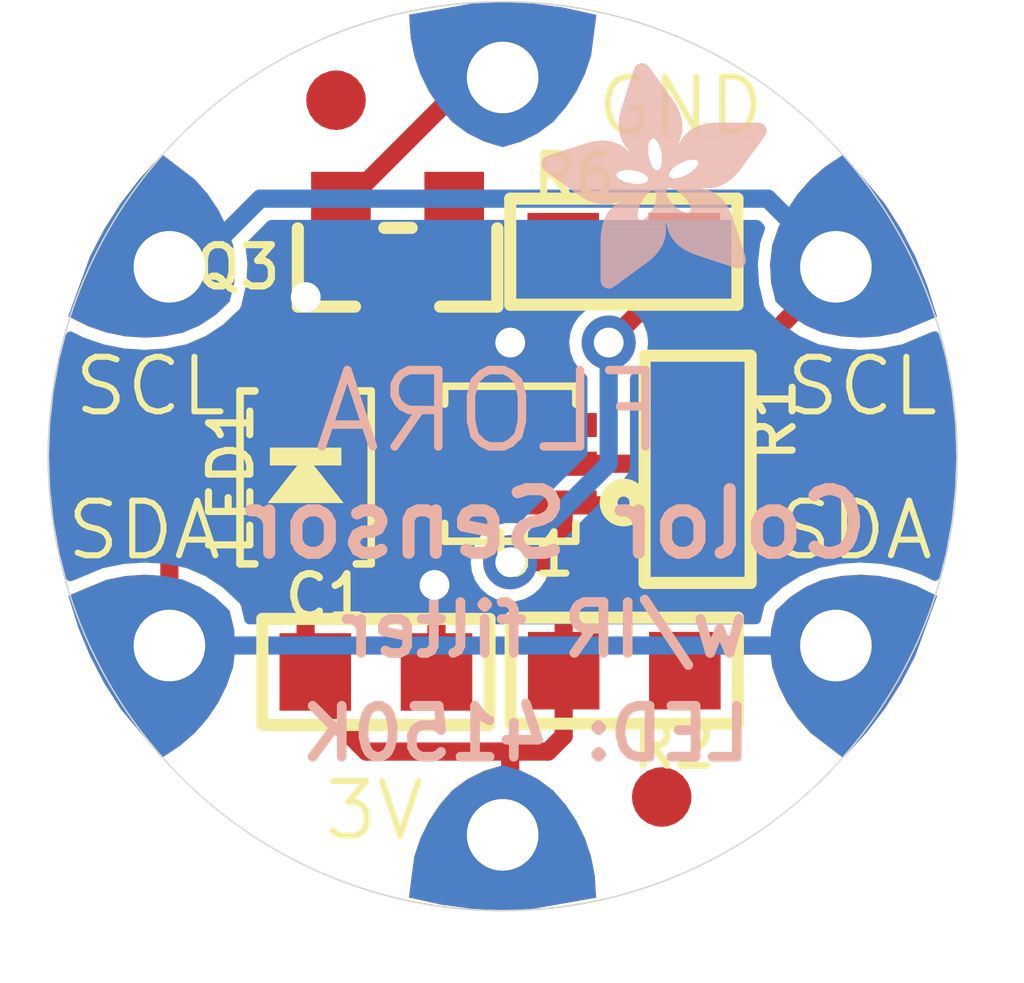
<source format=kicad_pcb>
(kicad_pcb (version 20221018) (generator pcbnew)
  (layers (0 "F.Cu" signal) (31 "B.Cu" signal) (34 "B.Paste" user) (35 "F.Paste" user) (36 "B.SilkS" user "B.Silkscreen") (37 "F.SilkS" user "F.Silkscreen") (38 "B.Mask" user) (39 "F.Mask" user) (44 "Edge.Cuts" user))
  (net 0 "")
  (net 1 "GND")
  (net 2 "SDA_3V")
  (net 3 "SCL_3V")
  (net 4 "N$1")
  (net 5 "+3V3")
  (net 6 "INT")
  (footprint "working:SEWINGTAP_0.5" (layer "F.Cu") (at 154.0891 108.1786 -120)
    (fp_text reference "TP4" hide)
    (fp_text value "SEWTAP0.5IN" hide)
    (fp_poly (pts (xy 0.510656 -1.238743) (xy 1.017424 -1.172026) (xy 1.570433 -1.049427) (xy 1.481621 -0.363766) (xy 1.377917 -0.056151) (xy 1.23587 0.233416) (xy 1.057243 0.501965) (xy 0.843327 0.746924) (xy 0.591455 0.933744) (xy 0.312122 1.07341) (xy 0 1.16625) (xy -0.312122 1.07341) (xy -0.591455 0.933744) (xy -0.843327 0.746924) (xy -1.057243 0.501967) (xy -1.235871 0.233417) (xy -1.377917 -0.056152) (xy -1.480952 -0.361783) (xy -1.543214 -0.678249) (xy -1.566969 -1.052671) (xy -0.512044 -1.238682) (xy 0 -1.261038)) (fill solid) (layer "F.Cu"))
    (fp_poly (pts (xy 0.510656 -1.238743) (xy 1.017424 -1.172026) (xy 1.570433 -1.049427) (xy 1.481621 -0.363766) (xy 1.377917 -0.056151) (xy 1.23587 0.233416) (xy 1.057243 0.501965) (xy 0.843327 0.746924) (xy 0.591455 0.933744) (xy 0.312122 1.07341) (xy 0 1.16625) (xy -0.312122 1.07341) (xy -0.591455 0.933744) (xy -0.843327 0.746924) (xy -1.057243 0.501967) (xy -1.235871 0.233417) (xy -1.377917 -0.056152) (xy -1.480952 -0.361783) (xy -1.543214 -0.678249) (xy -1.566969 -1.052671) (xy -0.512044 -1.238682) (xy 0 -1.261038)) (fill solid) (layer "B.Cu"))
    (pad "TAP" thru_hole circle (at 0 0 240) (size 2.1844 2.1844) (drill 1.2) (layers "*.Cu" "*.Mask") (net 2 "SDA_3V"))
  )
  (footprint "working:FIDUCIAL_1MM" (layer "F.Cu") (at 145.7071 99.0346)
    (fp_text reference "FID1" hide)
    (fp_text value "FIDUCIAL\"\"" hide)
    (pad "1" smd roundrect (at 0 0) (size 1 1) (layers "F.Cu" "F.Mask") (roundrect_rratio 0.5))
  )
  (footprint "working:EVERLIGHT_45-21" (layer "F.Cu") (at 145.1971 105.3596 90)
    (fp_text reference "LED1" (at -1.375 -1.25 90) (layer "F.SilkS") (effects (font (size 0.692831 0.692831) (thickness 0.119969)) (justify left)))
    (fp_text value "45-21/LK2C-B38452C4CB2/2T")
    (pad "A" smd rect (at -1.45 0 90) (size 1.4 1.4) (layers "F.Cu" "F.Paste" "F.Mask") (net 5 "+3V3"))
    (pad "K" smd rect (at 1.45 0 90) (size 1.4 1.4) (layers "F.Cu" "F.Paste" "F.Mask") (net 4 "N$1"))
  )
  (footprint "working:_0805" (layer "F.Cu") (at 151.7701 105.2236 -90)
    (fp_text reference "R1" (at -1.5875 -1.27 90) (layer "F.SilkS") (effects (font (size 0.692831 0.692831) (thickness 0.119969)) (justify right)))
    (fp_text value "10K")
    (pad "1" smd rect (at -1.016 0 270) (size 1.2 1.3) (layers "F.Cu" "F.Paste" "F.Mask") (net 3 "SCL_3V"))
    (pad "2" smd rect (at 1.016 0 270) (size 1.2 1.3) (layers "F.Cu" "F.Paste" "F.Mask") (net 5 "+3V3"))
  )
  (footprint "working:SEWINGTAP_0.5" (layer "F.Cu") (at 142.9131 101.8286 60)
    (fp_text reference "TP5" hide)
    (fp_text value "SEWTAP0.5IN" hide)
    (fp_poly (pts (xy 0.510656 -1.238743) (xy 1.017424 -1.172026) (xy 1.570433 -1.049427) (xy 1.481621 -0.363766) (xy 1.377917 -0.056151) (xy 1.23587 0.233416) (xy 1.057243 0.501965) (xy 0.843327 0.746924) (xy 0.591455 0.933744) (xy 0.312122 1.07341) (xy 0 1.16625) (xy -0.312122 1.07341) (xy -0.591455 0.933744) (xy -0.843327 0.746924) (xy -1.057243 0.501967) (xy -1.235871 0.233417) (xy -1.377917 -0.056152) (xy -1.480952 -0.361783) (xy -1.543214 -0.678249) (xy -1.566969 -1.052671) (xy -0.512044 -1.238682) (xy 0 -1.261038)) (fill solid) (layer "F.Cu"))
    (fp_poly (pts (xy 0.510656 -1.238743) (xy 1.017424 -1.172026) (xy 1.570433 -1.049427) (xy 1.481621 -0.363766) (xy 1.377917 -0.056151) (xy 1.23587 0.233416) (xy 1.057243 0.501965) (xy 0.843327 0.746924) (xy 0.591455 0.933744) (xy 0.312122 1.07341) (xy 0 1.16625) (xy -0.312122 1.07341) (xy -0.591455 0.933744) (xy -0.843327 0.746924) (xy -1.057243 0.501967) (xy -1.235871 0.233417) (xy -1.377917 -0.056152) (xy -1.480952 -0.361783) (xy -1.543214 -0.678249) (xy -1.566969 -1.052671) (xy -0.512044 -1.238682) (xy 0 -1.261038)) (fill solid) (layer "B.Cu"))
    (pad "TAP" thru_hole circle (at 0 0 60) (size 2.1844 2.1844) (drill 1.2) (layers "*.Cu" "*.Mask") (net 3 "SCL_3V"))
  )
  (footprint "working:SOT23-WIDE" (layer "F.Cu") (at 146.7391 101.8356 180)
    (fp_text reference "Q3" (at 1.905 0) (layer "F.SilkS") (effects (font (size 0.692831 0.692831) (thickness 0.119969)) (justify right)))
    (fp_text value "BSS138")
    (pad "1" smd rect (at -0.95 1 180) (size 1 1.2) (layers "F.Cu" "F.Paste" "F.Mask") (net 6 "INT"))
    (pad "2" smd rect (at 0.95 1 180) (size 1 1.2) (layers "F.Cu" "F.Paste" "F.Mask") (net 1 "GND"))
    (pad "3" smd rect (at 0 -1 180) (size 1 1.2) (layers "F.Cu" "F.Paste" "F.Mask") (net 4 "N$1"))
  )
  (footprint "working:_0805" (layer "F.Cu") (at 150.5401 108.6006 180)
    (fp_text reference "R2" (at -1.5875 -1.27) (layer "F.SilkS") (effects (font (size 0.692831 0.692831) (thickness 0.119969)) (justify right)))
    (fp_text value "10K")
    (pad "1" smd rect (at -1.016 0 180) (size 1.2 1.3) (layers "F.Cu" "F.Paste" "F.Mask") (net 2 "SDA_3V"))
    (pad "2" smd rect (at 1.016 0 180) (size 1.2 1.3) (layers "F.Cu" "F.Paste" "F.Mask") (net 5 "+3V3"))
  )
  (footprint "working:SEWINGTAP_0.5" (layer "F.Cu") (at 148.5011 98.6536)
    (fp_text reference "TP2" hide)
    (fp_text value "SEWTAP0.5IN" hide)
    (fp_poly (pts (xy 0.510656 -1.238743) (xy 1.017424 -1.172026) (xy 1.570433 -1.049427) (xy 1.481621 -0.363766) (xy 1.377917 -0.056151) (xy 1.23587 0.233416) (xy 1.057243 0.501965) (xy 0.843327 0.746924) (xy 0.591455 0.933744) (xy 0.312122 1.07341) (xy 0 1.16625) (xy -0.312122 1.07341) (xy -0.591455 0.933744) (xy -0.843327 0.746924) (xy -1.057243 0.501967) (xy -1.235871 0.233417) (xy -1.377917 -0.056152) (xy -1.480952 -0.361783) (xy -1.543214 -0.678249) (xy -1.566969 -1.052671) (xy -0.512044 -1.238682) (xy 0 -1.261038)) (fill solid) (layer "F.Cu"))
    (fp_poly (pts (xy 0.510656 -1.238743) (xy 1.017424 -1.172026) (xy 1.570433 -1.049427) (xy 1.481621 -0.363766) (xy 1.377917 -0.056151) (xy 1.23587 0.233416) (xy 1.057243 0.501965) (xy 0.843327 0.746924) (xy 0.591455 0.933744) (xy 0.312122 1.07341) (xy 0 1.16625) (xy -0.312122 1.07341) (xy -0.591455 0.933744) (xy -0.843327 0.746924) (xy -1.057243 0.501967) (xy -1.235871 0.233417) (xy -1.377917 -0.056152) (xy -1.480952 -0.361783) (xy -1.543214 -0.678249) (xy -1.566969 -1.052671) (xy -0.512044 -1.238682) (xy 0 -1.261038)) (fill solid) (layer "B.Cu"))
    (pad "TAP" thru_hole circle (at 0 0) (size 2.1844 2.1844) (drill 1.2) (layers "*.Cu" "*.Mask") (net 1 "GND"))
  )
  (footprint "working:SEWINGTAP_0.5" (layer "F.Cu") (at 142.9131 108.1786 120)
    (fp_text reference "TP3" hide)
    (fp_text value "SEWTAP0.5IN" hide)
    (fp_poly (pts (xy 0.510656 -1.238743) (xy 1.017424 -1.172026) (xy 1.570433 -1.049427) (xy 1.481621 -0.363766) (xy 1.377917 -0.056151) (xy 1.23587 0.233416) (xy 1.057243 0.501965) (xy 0.843327 0.746924) (xy 0.591455 0.933744) (xy 0.312122 1.07341) (xy 0 1.16625) (xy -0.312122 1.07341) (xy -0.591455 0.933744) (xy -0.843327 0.746924) (xy -1.057243 0.501967) (xy -1.235871 0.233417) (xy -1.377917 -0.056152) (xy -1.480952 -0.361783) (xy -1.543214 -0.678249) (xy -1.566969 -1.052671) (xy -0.512044 -1.238682) (xy 0 -1.261038)) (fill solid) (layer "F.Cu"))
    (fp_poly (pts (xy 0.510656 -1.238743) (xy 1.017424 -1.172026) (xy 1.570433 -1.049427) (xy 1.481621 -0.363766) (xy 1.377917 -0.056151) (xy 1.23587 0.233416) (xy 1.057243 0.501965) (xy 0.843327 0.746924) (xy 0.591455 0.933744) (xy 0.312122 1.07341) (xy 0 1.16625) (xy -0.312122 1.07341) (xy -0.591455 0.933744) (xy -0.843327 0.746924) (xy -1.057243 0.501967) (xy -1.235871 0.233417) (xy -1.377917 -0.056152) (xy -1.480952 -0.361783) (xy -1.543214 -0.678249) (xy -1.566969 -1.052671) (xy -0.512044 -1.238682) (xy 0 -1.261038)) (fill solid) (layer "B.Cu"))
    (pad "TAP" thru_hole circle (at 0 0 120) (size 2.1844 2.1844) (drill 1.2) (layers "*.Cu" "*.Mask") (net 2 "SDA_3V"))
  )
  (footprint "working:SEWINGTAP_0.5" (layer "F.Cu") (at 154.0891 101.8286 -60)
    (fp_text reference "TP6" hide)
    (fp_text value "SEWTAP0.5IN" hide)
    (fp_poly (pts (xy 0.510656 -1.238743) (xy 1.017424 -1.172026) (xy 1.570433 -1.049427) (xy 1.481621 -0.363766) (xy 1.377917 -0.056151) (xy 1.23587 0.233416) (xy 1.057243 0.501965) (xy 0.843327 0.746924) (xy 0.591455 0.933744) (xy 0.312122 1.07341) (xy 0 1.16625) (xy -0.312122 1.07341) (xy -0.591455 0.933744) (xy -0.843327 0.746924) (xy -1.057243 0.501967) (xy -1.235871 0.233417) (xy -1.377917 -0.056152) (xy -1.480952 -0.361783) (xy -1.543214 -0.678249) (xy -1.566969 -1.052671) (xy -0.512044 -1.238682) (xy 0 -1.261038)) (fill solid) (layer "F.Cu"))
    (fp_poly (pts (xy 0.510656 -1.238743) (xy 1.017424 -1.172026) (xy 1.570433 -1.049427) (xy 1.481621 -0.363766) (xy 1.377917 -0.056151) (xy 1.23587 0.233416) (xy 1.057243 0.501965) (xy 0.843327 0.746924) (xy 0.591455 0.933744) (xy 0.312122 1.07341) (xy 0 1.16625) (xy -0.312122 1.07341) (xy -0.591455 0.933744) (xy -0.843327 0.746924) (xy -1.057243 0.501967) (xy -1.235871 0.233417) (xy -1.377917 -0.056152) (xy -1.480952 -0.361783) (xy -1.543214 -0.678249) (xy -1.566969 -1.052671) (xy -0.512044 -1.238682) (xy 0 -1.261038)) (fill solid) (layer "B.Cu"))
    (pad "TAP" thru_hole circle (at 0 0 300) (size 2.1844 2.1844) (drill 1.2) (layers "*.Cu" "*.Mask") (net 3 "SCL_3V"))
  )
  (footprint "working:_0805" (layer "F.Cu") (at 150.5331 101.5746)
    (fp_text reference "R6" (at -1.5875 -1.27) (layer "F.SilkS") (effects (font (size 0.692831 0.692831) (thickness 0.119969)) (justify left)))
    (fp_text value "10K")
    (pad "1" smd rect (at -1.016 0) (size 1.2 1.3) (layers "F.Cu" "F.Paste" "F.Mask") (net 6 "INT"))
    (pad "2" smd rect (at 1.016 0) (size 1.2 1.3) (layers "F.Cu" "F.Paste" "F.Mask") (net 5 "+3V3"))
  )
  (footprint "working:TCS3472_FN6" (layer "F.Cu") (at 148.6281 105.1306 180)
    (fp_text reference "U1" (at -1.143 -1.52) (layer "F.SilkS") (effects (font (size 0.692831 0.692831) (thickness 0.119969)) (justify right)))
    (fp_text value "TCS34725")
    (fp_poly (pts (xy -0.349118 -0.174733) (xy -0.275267 -0.100882) (xy -0.248236 0) (xy -0.275267 0.100882) (xy -0.349118 0.174733) (xy -0.443417 0.2) (xy -1.45 0.2) (xy -1.45 -0.2) (xy -0.443417 -0.2)) (fill solid) (layer "F.Cu"))
    (fp_poly (pts (xy -0.349118 0.475267) (xy -0.275267 0.549118) (xy -0.248236 0.65) (xy -0.275267 0.750882) (xy -0.349118 0.824733) (xy -0.443417 0.85) (xy -1.45 0.85) (xy -1.45 0.45) (xy -0.443417 0.45)) (fill solid) (layer "F.Cu"))
    (fp_poly (pts (xy 1.45 -0.45) (xy 0.443417 -0.45) (xy 0.349118 -0.475267) (xy 0.275267 -0.549118) (xy 0.248236 -0.65) (xy 0.275267 -0.750882) (xy 0.349118 -0.824733) (xy 0.443417 -0.85) (xy 1.45 -0.85)) (fill solid) (layer "F.Cu"))
    (fp_poly (pts (xy 1.45 0.2) (xy 0.443417 0.2) (xy 0.349118 0.174733) (xy 0.275267 0.100882) (xy 0.248236 0) (xy 0.275267 -0.100882) (xy 0.349118 -0.174733) (xy 0.443417 -0.2) (xy 1.45 -0.2)) (fill solid) (layer "F.Cu"))
    (fp_poly (pts (xy 1.45 0.85) (xy 0.443417 0.85) (xy 0.349118 0.824733) (xy 0.275267 0.750882) (xy 0.248236 0.65) (xy 0.275267 0.549118) (xy 0.349118 0.475267) (xy 0.443417 0.45) (xy 1.45 0.45)) (fill solid) (layer "F.Cu"))
    (pad "P$1" smd rect (at -0.85 -0.65 180) (size 1.2 0.4) (layers "F.Cu" "F.Paste" "F.Mask") (net 5 "+3V3"))
    (pad "P$2" smd rect (at -0.95 0 180) (size 1 0.4) (layers "F.Cu" "F.Paste" "F.Mask") (net 3 "SCL_3V"))
    (pad "P$3" smd rect (at -0.95 0.65 180) (size 1 0.4) (layers "F.Cu" "F.Paste" "F.Mask") (net 1 "GND"))
    (pad "P$4" smd rect (at 0.95 0.65 180) (size 1 0.4) (layers "F.Cu" "F.Paste" "F.Mask"))
    (pad "P$5" smd rect (at 0.95 0 180) (size 1 0.4) (layers "F.Cu" "F.Paste" "F.Mask") (net 6 "INT"))
    (pad "P$6" smd rect (at 0.95 -0.65 180) (size 1 0.4) (layers "F.Cu" "F.Paste" "F.Mask") (net 2 "SDA_3V"))
  )
  (footprint "working:FIDUCIAL_1MM" (layer "F.Cu") (at 151.1681 110.7186)
    (fp_text reference "FID2" hide)
    (fp_text value "FIDUCIAL\"\"" hide)
    (pad "1" smd roundrect (at 0 0) (size 1 1) (layers "F.Cu" "F.Mask") (roundrect_rratio 0.5))
  )
  (footprint "working:SEWINGTAP_0.5" (layer "F.Cu") (at 148.5011 111.3536 180)
    (fp_text reference "TP1" hide)
    (fp_text value "SEWTAP0.5IN" hide)
    (fp_poly (pts (xy 0.510656 -1.238743) (xy 1.017424 -1.172026) (xy 1.570433 -1.049427) (xy 1.481621 -0.363766) (xy 1.377917 -0.056151) (xy 1.23587 0.233416) (xy 1.057243 0.501965) (xy 0.843327 0.746924) (xy 0.591455 0.933744) (xy 0.312122 1.07341) (xy 0 1.16625) (xy -0.312122 1.07341) (xy -0.591455 0.933744) (xy -0.843327 0.746924) (xy -1.057243 0.501967) (xy -1.235871 0.233417) (xy -1.377917 -0.056152) (xy -1.480952 -0.361783) (xy -1.543214 -0.678249) (xy -1.566969 -1.052671) (xy -0.512044 -1.238682) (xy 0 -1.261038)) (fill solid) (layer "F.Cu"))
    (fp_poly (pts (xy 0.510656 -1.238743) (xy 1.017424 -1.172026) (xy 1.570433 -1.049427) (xy 1.481621 -0.363766) (xy 1.377917 -0.056151) (xy 1.23587 0.233416) (xy 1.057243 0.501965) (xy 0.843327 0.746924) (xy 0.591455 0.933744) (xy 0.312122 1.07341) (xy 0 1.16625) (xy -0.312122 1.07341) (xy -0.591455 0.933744) (xy -0.843327 0.746924) (xy -1.057243 0.501967) (xy -1.235871 0.233417) (xy -1.377917 -0.056152) (xy -1.480952 -0.361783) (xy -1.543214 -0.678249) (xy -1.566969 -1.052671) (xy -0.512044 -1.238682) (xy 0 -1.261038)) (fill solid) (layer "B.Cu"))
    (pad "TAP" thru_hole circle (at 0 0 180) (size 2.1844 2.1844) (drill 1.2) (layers "*.Cu" "*.Mask") (net 5 "+3V3"))
  )
  (footprint "working:_0805" (layer "F.Cu") (at 146.3761 108.6216)
    (fp_text reference "C1" (at -1.5875 -1.27) (layer "F.SilkS") (effects (font (size 0.692831 0.692831) (thickness 0.119969)) (justify left)))
    (fp_text value "0.1µF")
    (pad "1" smd rect (at -1.016 0) (size 1.2 1.3) (layers "F.Cu" "F.Paste" "F.Mask") (net 5 "+3V3"))
    (pad "2" smd rect (at 1.016 0) (size 1.2 1.3) (layers "F.Cu" "F.Paste" "F.Mask") (net 1 "GND"))
  )
  (footprint "working:ADAFRUIT_3.5MM" (layer "B.Cu") (at 152.9461 102.2096 180)
    (fp_text reference "U$8" hide)
    (fp_text value "" hide)
  )
  (gr_circle (center 148.5011 105.0036) (end 156.1211 105.0036) (stroke (width 0.0254)) (fill none) (layer "Edge.Cuts"))
  (gr_text "FLORA" (at 151.2951 105.0036) (layer "B.SilkS") (effects (font (size 1.28016 1.28016) (thickness 0.14224)) (justify left bottom mirror)))
  (gr_text "Color Sensor" (at 154.7281 106.7646) (layer "B.SilkS") (effects (font (size 1.0668 1.0668) (thickness 0.2032)) (justify left bottom mirror)))
  (gr_text "w/IR filter" (at 152.6961 108.4156) (layer "B.SilkS") (effects (font (size 0.85344 0.85344) (thickness 0.16256)) (justify left bottom mirror)))
  (gr_text "LED: 4150K" (at 152.7371 110.1556) (layer "B.SilkS") (effects (font (size 0.85344 0.85344) (thickness 0.16256)) (justify left bottom mirror)))
  (gr_text "SDA" (at 153.0731 106.7816) (layer "F.SilkS") (effects (font (size 0.9144 0.9144) (thickness 0.1016)) (justify left bottom)))
  (gr_text "GND" (at 150.0251 99.6696) (layer "F.SilkS") (effects (font (size 0.9144 0.9144) (thickness 0.1016)) (justify left bottom)))
  (gr_text "SCL" (at 141.2621 104.3686) (layer "F.SilkS") (effects (font (size 0.9144 0.9144) (thickness 0.1016)) (justify left bottom)))
  (gr_text "SCL" (at 153.2001 104.3686) (layer "F.SilkS") (effects (font (size 0.9144 0.9144) (thickness 0.1016)) (justify left bottom)))
  (gr_text "3V" (at 145.4531 111.4806) (layer "F.SilkS") (effects (font (size 0.9144 0.9144) (thickness 0.1016)) (justify left bottom)))
  (gr_text "SDA" (at 141.1351 106.7816) (layer "F.SilkS") (effects (font (size 0.9144 0.9144) (thickness 0.1016)) (justify left bottom)))
  (segment (start 147.3921 107.1626) (end 147.3581 107.1626) (width 0.3048) (layer "F.Cu") (net 1))
  (segment (start 145.7891 101.3656) (end 145.7891 101.7466) (width 0.3048) (layer "F.Cu") (net 1))
  (segment (start 145.7891 100.8356) (end 145.7891 101.2386) (width 0.3048) (layer "F.Cu") (net 1))
  (segment (start 145.7891 101.7466) (end 145.1991 102.3366) (width 0.3048) (layer "F.Cu") (net 1))
  (segment (start 145.7891 100.8356) (end 147.9711 98.6536) (width 0.3048) (layer "F.Cu") (net 1))
  (segment (start 149.5781 104.0486) (end 148.6281 103.0986) (width 0.3048) (layer "F.Cu") (net 1))
  (segment (start 147.9711 98.6536) (end 148.5011 98.6536) (width 0.3048) (layer "F.Cu") (net 1))
  (segment (start 145.7891 101.3656) (end 145.7891 101.2386) (width 0.254) (layer "F.Cu") (net 1))
  (segment (start 149.5781 104.4806) (end 149.5781 104.0486) (width 0.3048) (layer "F.Cu") (net 1))
  (segment (start 147.3921 108.6216) (end 147.3921 107.1626) (width 0.3048) (layer "F.Cu") (net 1))
  (via (at 145.1991 102.3366) (size 0.9064) (drill 0.5) (layers "F.Cu" "B.Cu") (net 1))
  (via (at 148.6281 103.0986) (size 0.9064) (drill 0.5) (layers "F.Cu" "B.Cu") (net 1))
  (via (at 147.3581 107.1626) (size 0.9064) (drill 0.5) (layers "F.Cu" "B.Cu") (net 1))
  (segment (start 147.241432 107.114131) (end 147.152192 107.024705) (width 0.3048) (layer "B.Cu") (net 1))
  (segment (start 147.3581 107.1626) (end 147.241432 107.114131) (width 0.3048) (layer "B.Cu") (net 1))
  (segment (start 147.3581 107.1626) (end 147.3581 107.1626) (width 0.3048) (layer "B.Cu") (net 1))
  (segment (start 148.6281 98.6536) (end 148.5011 98.6536) (width 0.3048) (layer "B.Cu") (net 1))
  (segment (start 147.152192 107.024705) (end 147.1041 106.7816) (width 0.3048) (layer "B.Cu") (net 1))
  (segment (start 143.4211 103.8606) (end 143.2941 103.9876) (width 0.3048) (layer "B.Cu") (net 1))
  (segment (start 146.5961 105.7656) (end 147.6631 105.7656) (width 0.3048) (layer "F.Cu") (net 2))
  (segment (start 144.1831 105.2576) (end 142.9131 106.5276) (width 0.3048) (layer "F.Cu") (net 2))
  (segment (start 151.9781 108.1786) (end 154.0891 108.1786) (width 0.3048) (layer "F.Cu") (net 2))
  (segment (start 151.5561 108.6006) (end 151.9781 108.1786) (width 0.3048) (layer "F.Cu") (net 2))
  (segment (start 144.1831 105.2576) (end 146.0881 105.2576) (width 0.3048) (layer "F.Cu") (net 2))
  (segment (start 146.0881 105.2576) (end 146.5961 105.7656) (width 0.3048) (layer "F.Cu") (net 2))
  (segment (start 147.6631 105.7656) (end 147.6781 105.7806) (width 0.3048) (layer "F.Cu") (net 2))
  (segment (start 142.9131 106.5276) (end 142.9131 108.1786) (width 0.3048) (layer "F.Cu") (net 2))
  (segment (start 142.9131 108.1786) (end 154.0891 108.1786) (width 0.3048) (layer "B.Cu") (net 2))
  (segment (start 150.8471 105.1306) (end 151.7701 104.2076) (width 0.3048) (layer "F.Cu") (net 3))
  (segment (start 151.7701 104.2076) (end 154.0891 101.8886) (width 0.3048) (layer "F.Cu") (net 3))
  (segment (start 151.7701 104.2076) (end 151.7701 104.206544) (width 0.3048) (layer "F.Cu") (net 3))
  (segment (start 154.0891 101.8886) (end 154.0891 101.8286) (width 0.3048) (layer "F.Cu") (net 3))
  (segment (start 149.5781 105.1306) (end 150.8471 105.1306) (width 0.3048) (layer "F.Cu") (net 3))
  (segment (start 152.9461 100.6856) (end 154.0891 101.8286) (width 0.3048) (layer "B.Cu") (net 3))
  (segment (start 142.9131 101.8286) (end 143.2941 101.8286) (width 0.3048) (layer "B.Cu") (net 3))
  (segment (start 143.2941 101.8286) (end 144.4371 100.6856) (width 0.3048) (layer "B.Cu") (net 3))
  (segment (start 144.4371 100.6856) (end 152.9461 100.6856) (width 0.3048) (layer "B.Cu") (net 3))
  (segment (start 146.2711 102.8356) (end 146.7391 102.8356) (width 0.3048) (layer "F.Cu") (net 4))
  (segment (start 145.1971 103.9096) (end 146.2711 102.8356) (width 0.3048) (layer "F.Cu") (net 4))
  (segment (start 149.5241 108.6006) (end 149.5241 109.6956) (width 0.3048) (layer "F.Cu") (net 5))
  (segment (start 145.3601 108.6216) (end 145.1971 108.4586) (width 0.3048) (layer "F.Cu") (net 5))
  (segment (start 151.3571 105.8266) (end 151.7701 106.2396) (width 0.3048) (layer "F.Cu") (net 5))
  (segment (start 145.1971 108.4586) (end 145.1971 106.8096) (width 0.3048) (layer "F.Cu") (net 5))
  (segment (start 149.5241 109.6956) (end 149.2631 109.9566) (width 0.3048) (layer "F.Cu") (net 5))
  (segment (start 145.3601 108.6216) (end 145.3601 109.1016) (width 0.3048) (layer "F.Cu") (net 5))
  (segment (start 151.9311 106.4006) (end 151.7701 106.2396) (width 0.3048) (layer "F.Cu") (net 5))
  (segment (start 148.6281 109.9566) (end 146.2151 109.9566) (width 0.3048) (layer "F.Cu") (net 5))
  (segment (start 149.5241 106.6546) (end 149.5241 108.6006) (width 0.3048) (layer "F.Cu") (net 5))
  (segment (start 151.5491 101.5746) (end 151.5491 101.8286) (width 0.3048) (layer "F.Cu") (net 5))
  (segment (start 152.2181 106.2396) (end 151.7701 106.2396) (width 0.3048) (layer "F.Cu") (net 5))
  (segment (start 149.2631 109.9566) (end 148.6281 109.9566) (width 0.3048) (layer "F.Cu") (net 5))
  (segment (start 149.5241 105.8266) (end 151.3571 105.8266) (width 0.3048) (layer "F.Cu") (net 5))
  (segment (start 149.4781 105.7806) (end 149.5241 105.8266) (width 0.3048) (layer "F.Cu") (net 5))
  (segment (start 149.5241 105.8266) (end 149.5241 106.6546) (width 0.3048) (layer "F.Cu") (net 5))
  (segment (start 148.6281 106.7816) (end 149.3971 106.7816) (width 0.3048) (layer "F.Cu") (net 5))
  (segment (start 148.6281 111.3536) (end 148.6281 109.9566) (width 0.3048) (layer "F.Cu") (net 5))
  (segment (start 148.6281 111.3536) (end 148.5011 111.3536) (width 0.3048) (layer "F.Cu") (net 5))
  (segment (start 151.5491 101.8286) (end 150.2791 103.0986) (width 0.3048) (layer "F.Cu") (net 5))
  (segment (start 145.3601 109.1016) (end 146.2151 109.9566) (width 0.3048) (layer "F.Cu") (net 5))
  (segment (start 149.3971 106.7816) (end 149.5241 106.6546) (width 0.3048) (layer "F.Cu") (net 5))
  (via (at 150.2791 103.0986) (size 0.9064) (drill 0.5) (layers "F.Cu" "B.Cu") (net 5))
  (via (at 148.6281 106.7816) (size 0.9064) (drill 0.5) (layers "F.Cu" "B.Cu") (net 5))
  (segment (start 150.2791 105.1306) (end 148.6281 106.7816) (width 0.3048) (layer "B.Cu") (net 5))
  (segment (start 150.2791 103.0986) (end 150.2791 105.1306) (width 0.3048) (layer "B.Cu") (net 5))
  (segment (start 146.8501 103.8606) (end 147.7391 103.8606) (width 0.254) (layer "F.Cu") (net 6))
  (segment (start 147.6891 100.8356) (end 148.3011 101.5746) (width 0.3048) (layer "F.Cu") (net 6))
  (segment (start 146.9771 105.1306) (end 146.7231 104.8766) (width 0.254) (layer "F.Cu") (net 6))
  (segment (start 148.3011 101.5746) (end 149.5171 101.5746) (width 0.3048) (layer "F.Cu") (net 6))
  (segment (start 146.7231 104.8766) (end 146.7231 103.9876) (width 0.254) (layer "F.Cu") (net 6))
  (segment (start 147.6781 105.1306) (end 146.9771 105.1306) (width 0.254) (layer "F.Cu") (net 6))
  (segment (start 147.7391 103.8606) (end 147.7391 102.1366) (width 0.254) (layer "F.Cu") (net 6))
  (segment (start 146.7231 103.9876) (end 146.8501 103.8606) (width 0.254) (layer "F.Cu") (net 6))
  (segment (start 147.7391 102.1366) (end 148.3011 101.5746) (width 0.254) (layer "F.Cu") (net 6))
  (zone (net 1) (net_name "GND") (layer "B.Cu") (priority 6) (connect_pads (clearance 0.000001)) (min_thickness 0.1524) (fill yes (thermal_gap 0.3548) (thermal_bridge_width 0.3548))
    (polygon (pts (xy 149.063395 97.391975) (xy 149.618074 97.465557) (xy 150.166091 97.578523) (xy 150.704653 97.730296) (xy 151.231014 97.920103) (xy 151.742494 98.146975) (xy 152.236486 98.409759) (xy 152.710474 98.707115) (xy 153.162039 99.037526) (xy 153.588883 99.39931) (xy 153.98883 99.790623) (xy 154.359842 100.209471) (xy 154.700029 100.653719) (xy 155.007657 101.121104) (xy 155.281157 101.609244) (xy 155.519138 102.115652) (xy 155.720385 102.637747) (xy 155.883874 103.172867) (xy 156.008772 103.718289) (xy 156.094441 104.27123) (xy 156.140445 104.828874) (xy 156.1465 105.383768) (xy 156.1465 106.257062) (xy 156.164744 106.258156) (xy 156.1465 106.409737) (xy 156.1465 106.553) (xy 156.129257 106.553) (xy 156.082665 106.940117) (xy 155.980036 107.460873) (xy 155.838779 107.972504) (xy 155.659683 108.472148) (xy 155.443749 108.957011) (xy 155.192185 109.424382) (xy 154.906397 109.871645) (xy 154.587985 110.296302) (xy 154.238729 110.695976) (xy 153.86058 111.068433) (xy 153.455657 111.411588) (xy 153.02622 111.723525) (xy 152.574675 112.002497) (xy 152.103543 112.246945) (xy 151.615462 112.455503) (xy 151.11316 112.627003) (xy 150.599446 112.760486) (xy 150.077194 112.855205) (xy 149.546482 112.910931) (xy 148.497802 112.902979) (xy 147.937556 112.882971) (xy 147.376884 112.822692) (xy 146.821941 112.722569) (xy 146.275555 112.583112) (xy 145.740509 112.405032) (xy 145.21953 112.189235) (xy 144.715274 111.936823) (xy 144.23031 111.64908) (xy 143.767108 111.327473) (xy 143.32803 110.973642) (xy 142.915312 110.589388) (xy 142.531058 110.17667) (xy 142.177227 109.737592) (xy 141.85562 109.27439) (xy 141.567877 108.789426) (xy 141.315465 108.28517) (xy 141.099668 107.764191) (xy 140.921588 107.229145) (xy 140.782131 106.682759) (xy 140.682008 106.127816) (xy 140.621729 105.567144) (xy 140.6017 105.006321) (xy 140.601701 104.768963) (xy 140.589382 104.768464) (xy 140.6017 104.61644) (xy 140.6017 104.4702) (xy 140.613549 104.4702) (xy 140.646804 104.059781) (xy 140.73331 103.508508) (xy 140.86077 102.965241) (xy 141.028473 102.433018) (xy 141.23548 101.914815) (xy 141.480633 101.413532) (xy 141.762561 100.93197) (xy 142.079689 100.472824) (xy 142.430241 100.038659) (xy 142.812259 99.631907) (xy 143.223605 99.25484) (xy 143.66198 98.909566) (xy 144.12493 98.598018) (xy 144.609869 98.321938) (xy 145.114082 98.082869) (xy 145.634751 97.882148) (xy 146.168964 97.720899) (xy 146.713734 97.600022) (xy 147.266014 97.520194) (xy 147.822716 97.48186) (xy 148.311357 97.484818) (xy 148.441842 97.354332)))
  )
)
</source>
